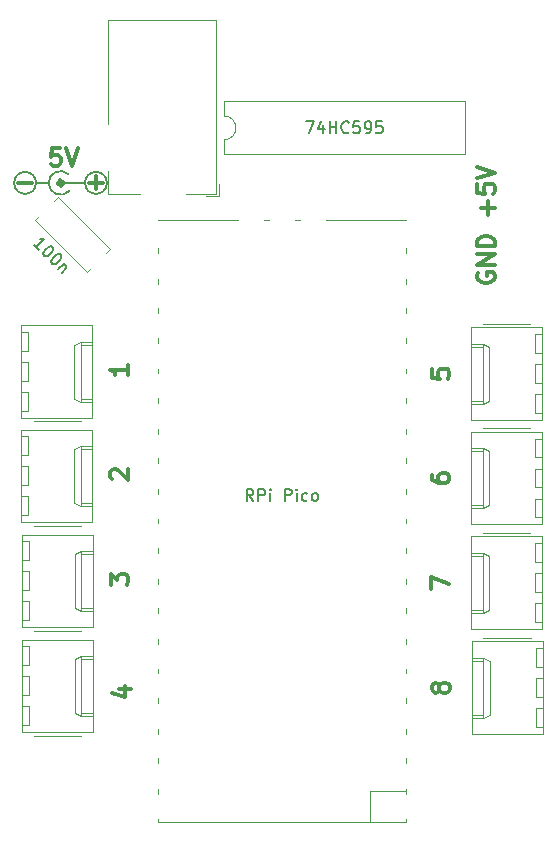
<source format=gto>
%TF.GenerationSoftware,KiCad,Pcbnew,(6.0.7)*%
%TF.CreationDate,2022-09-24T21:41:20+01:00*%
%TF.ProjectId,mini_jellies,6d696e69-5f6a-4656-9c6c-6965732e6b69,rev?*%
%TF.SameCoordinates,Original*%
%TF.FileFunction,Legend,Top*%
%TF.FilePolarity,Positive*%
%FSLAX46Y46*%
G04 Gerber Fmt 4.6, Leading zero omitted, Abs format (unit mm)*
G04 Created by KiCad (PCBNEW (6.0.7)) date 2022-09-24 21:41:20*
%MOMM*%
%LPD*%
G01*
G04 APERTURE LIST*
%ADD10C,0.300000*%
%ADD11C,0.150000*%
%ADD12C,0.120000*%
%ADD13C,0.500000*%
G04 APERTURE END LIST*
D10*
X98821428Y-56857142D02*
X97678571Y-56857142D01*
X104821428Y-56857142D02*
X103678571Y-56857142D01*
X104250000Y-57428571D02*
X104250000Y-56285714D01*
D11*
%TO.C,C1*%
X99388832Y-62528595D02*
X98984771Y-62124534D01*
X99186801Y-62326564D02*
X99893908Y-61619458D01*
X99725549Y-61653129D01*
X99590862Y-61653129D01*
X99489847Y-61619458D01*
X100533671Y-62259221D02*
X100601015Y-62326564D01*
X100634687Y-62427580D01*
X100634687Y-62494923D01*
X100601015Y-62595938D01*
X100500000Y-62764297D01*
X100331641Y-62932656D01*
X100163282Y-63033671D01*
X100062267Y-63067343D01*
X99994923Y-63067343D01*
X99893908Y-63033671D01*
X99826564Y-62966328D01*
X99792893Y-62865312D01*
X99792893Y-62797969D01*
X99826564Y-62696954D01*
X99927580Y-62528595D01*
X100095938Y-62360236D01*
X100264297Y-62259221D01*
X100365312Y-62225549D01*
X100432656Y-62225549D01*
X100533671Y-62259221D01*
X101207106Y-62932656D02*
X101274450Y-63000000D01*
X101308122Y-63101015D01*
X101308122Y-63168358D01*
X101274450Y-63269374D01*
X101173435Y-63437732D01*
X101005076Y-63606091D01*
X100836717Y-63707106D01*
X100735702Y-63740778D01*
X100668358Y-63740778D01*
X100567343Y-63707106D01*
X100499999Y-63639763D01*
X100466328Y-63538748D01*
X100466328Y-63471404D01*
X100500000Y-63370389D01*
X100601015Y-63202030D01*
X100769374Y-63033671D01*
X100937732Y-62932656D01*
X101038748Y-62898984D01*
X101106091Y-62898984D01*
X101207106Y-62932656D01*
X101510152Y-63707106D02*
X101038748Y-64178511D01*
X101442809Y-63774450D02*
X101510152Y-63774450D01*
X101611167Y-63808122D01*
X101712183Y-63909137D01*
X101745854Y-64010152D01*
X101712183Y-64111167D01*
X101341793Y-64481557D01*
D10*
%TO.C,J3*%
X106968571Y-72266428D02*
X106968571Y-73123571D01*
X106968571Y-72695000D02*
X105468571Y-72695000D01*
X105682857Y-72837857D01*
X105825714Y-72980714D01*
X105897142Y-73123571D01*
%TO.C,J7*%
X132668571Y-72667857D02*
X132668571Y-73382142D01*
X133382857Y-73453571D01*
X133311428Y-73382142D01*
X133240000Y-73239285D01*
X133240000Y-72882142D01*
X133311428Y-72739285D01*
X133382857Y-72667857D01*
X133525714Y-72596428D01*
X133882857Y-72596428D01*
X134025714Y-72667857D01*
X134097142Y-72739285D01*
X134168571Y-72882142D01*
X134168571Y-73239285D01*
X134097142Y-73382142D01*
X134025714Y-73453571D01*
%TO.C,J5*%
X105488571Y-90915000D02*
X105488571Y-89986428D01*
X106060000Y-90486428D01*
X106060000Y-90272142D01*
X106131428Y-90129285D01*
X106202857Y-90057857D01*
X106345714Y-89986428D01*
X106702857Y-89986428D01*
X106845714Y-90057857D01*
X106917142Y-90129285D01*
X106988571Y-90272142D01*
X106988571Y-90700714D01*
X106917142Y-90843571D01*
X106845714Y-90915000D01*
D11*
%TO.C,U1*%
X122038095Y-51667380D02*
X122704761Y-51667380D01*
X122276190Y-52667380D01*
X123514285Y-52000714D02*
X123514285Y-52667380D01*
X123276190Y-51619761D02*
X123038095Y-52334047D01*
X123657142Y-52334047D01*
X124038095Y-52667380D02*
X124038095Y-51667380D01*
X124038095Y-52143571D02*
X124609523Y-52143571D01*
X124609523Y-52667380D02*
X124609523Y-51667380D01*
X125657142Y-52572142D02*
X125609523Y-52619761D01*
X125466666Y-52667380D01*
X125371428Y-52667380D01*
X125228571Y-52619761D01*
X125133333Y-52524523D01*
X125085714Y-52429285D01*
X125038095Y-52238809D01*
X125038095Y-52095952D01*
X125085714Y-51905476D01*
X125133333Y-51810238D01*
X125228571Y-51715000D01*
X125371428Y-51667380D01*
X125466666Y-51667380D01*
X125609523Y-51715000D01*
X125657142Y-51762619D01*
X126561904Y-51667380D02*
X126085714Y-51667380D01*
X126038095Y-52143571D01*
X126085714Y-52095952D01*
X126180952Y-52048333D01*
X126419047Y-52048333D01*
X126514285Y-52095952D01*
X126561904Y-52143571D01*
X126609523Y-52238809D01*
X126609523Y-52476904D01*
X126561904Y-52572142D01*
X126514285Y-52619761D01*
X126419047Y-52667380D01*
X126180952Y-52667380D01*
X126085714Y-52619761D01*
X126038095Y-52572142D01*
X127085714Y-52667380D02*
X127276190Y-52667380D01*
X127371428Y-52619761D01*
X127419047Y-52572142D01*
X127514285Y-52429285D01*
X127561904Y-52238809D01*
X127561904Y-51857857D01*
X127514285Y-51762619D01*
X127466666Y-51715000D01*
X127371428Y-51667380D01*
X127180952Y-51667380D01*
X127085714Y-51715000D01*
X127038095Y-51762619D01*
X126990476Y-51857857D01*
X126990476Y-52095952D01*
X127038095Y-52191190D01*
X127085714Y-52238809D01*
X127180952Y-52286428D01*
X127371428Y-52286428D01*
X127466666Y-52238809D01*
X127514285Y-52191190D01*
X127561904Y-52095952D01*
X128466666Y-51667380D02*
X127990476Y-51667380D01*
X127942857Y-52143571D01*
X127990476Y-52095952D01*
X128085714Y-52048333D01*
X128323809Y-52048333D01*
X128419047Y-52095952D01*
X128466666Y-52143571D01*
X128514285Y-52238809D01*
X128514285Y-52476904D01*
X128466666Y-52572142D01*
X128419047Y-52619761D01*
X128323809Y-52667380D01*
X128085714Y-52667380D01*
X127990476Y-52619761D01*
X127942857Y-52572142D01*
%TO.C,U2*%
X117571428Y-83793380D02*
X117238095Y-83317190D01*
X117000000Y-83793380D02*
X117000000Y-82793380D01*
X117380952Y-82793380D01*
X117476190Y-82841000D01*
X117523809Y-82888619D01*
X117571428Y-82983857D01*
X117571428Y-83126714D01*
X117523809Y-83221952D01*
X117476190Y-83269571D01*
X117380952Y-83317190D01*
X117000000Y-83317190D01*
X118000000Y-83793380D02*
X118000000Y-82793380D01*
X118380952Y-82793380D01*
X118476190Y-82841000D01*
X118523809Y-82888619D01*
X118571428Y-82983857D01*
X118571428Y-83126714D01*
X118523809Y-83221952D01*
X118476190Y-83269571D01*
X118380952Y-83317190D01*
X118000000Y-83317190D01*
X119000000Y-83793380D02*
X119000000Y-83126714D01*
X119000000Y-82793380D02*
X118952380Y-82841000D01*
X119000000Y-82888619D01*
X119047619Y-82841000D01*
X119000000Y-82793380D01*
X119000000Y-82888619D01*
X120238095Y-83793380D02*
X120238095Y-82793380D01*
X120619047Y-82793380D01*
X120714285Y-82841000D01*
X120761904Y-82888619D01*
X120809523Y-82983857D01*
X120809523Y-83126714D01*
X120761904Y-83221952D01*
X120714285Y-83269571D01*
X120619047Y-83317190D01*
X120238095Y-83317190D01*
X121238095Y-83793380D02*
X121238095Y-83126714D01*
X121238095Y-82793380D02*
X121190476Y-82841000D01*
X121238095Y-82888619D01*
X121285714Y-82841000D01*
X121238095Y-82793380D01*
X121238095Y-82888619D01*
X122142857Y-83745761D02*
X122047619Y-83793380D01*
X121857142Y-83793380D01*
X121761904Y-83745761D01*
X121714285Y-83698142D01*
X121666666Y-83602904D01*
X121666666Y-83317190D01*
X121714285Y-83221952D01*
X121761904Y-83174333D01*
X121857142Y-83126714D01*
X122047619Y-83126714D01*
X122142857Y-83174333D01*
X122714285Y-83793380D02*
X122619047Y-83745761D01*
X122571428Y-83698142D01*
X122523809Y-83602904D01*
X122523809Y-83317190D01*
X122571428Y-83221952D01*
X122619047Y-83174333D01*
X122714285Y-83126714D01*
X122857142Y-83126714D01*
X122952380Y-83174333D01*
X123000000Y-83221952D01*
X123047619Y-83317190D01*
X123047619Y-83602904D01*
X123000000Y-83698142D01*
X122952380Y-83745761D01*
X122857142Y-83793380D01*
X122714285Y-83793380D01*
D10*
%TO.C,J8*%
X132668571Y-81569285D02*
X132668571Y-81855000D01*
X132740000Y-81997857D01*
X132811428Y-82069285D01*
X133025714Y-82212142D01*
X133311428Y-82283571D01*
X133882857Y-82283571D01*
X134025714Y-82212142D01*
X134097142Y-82140714D01*
X134168571Y-81997857D01*
X134168571Y-81712142D01*
X134097142Y-81569285D01*
X134025714Y-81497857D01*
X133882857Y-81426428D01*
X133525714Y-81426428D01*
X133382857Y-81497857D01*
X133311428Y-81569285D01*
X133240000Y-81712142D01*
X133240000Y-81997857D01*
X133311428Y-82140714D01*
X133382857Y-82212142D01*
X133525714Y-82283571D01*
%TO.C,J2*%
X101214285Y-53928571D02*
X100500000Y-53928571D01*
X100428571Y-54642857D01*
X100500000Y-54571428D01*
X100642857Y-54500000D01*
X101000000Y-54500000D01*
X101142857Y-54571428D01*
X101214285Y-54642857D01*
X101285714Y-54785714D01*
X101285714Y-55142857D01*
X101214285Y-55285714D01*
X101142857Y-55357142D01*
X101000000Y-55428571D01*
X100642857Y-55428571D01*
X100500000Y-55357142D01*
X100428571Y-55285714D01*
X101714285Y-53928571D02*
X102214285Y-55428571D01*
X102714285Y-53928571D01*
%TO.C,J4*%
X105611428Y-81953571D02*
X105540000Y-81882142D01*
X105468571Y-81739285D01*
X105468571Y-81382142D01*
X105540000Y-81239285D01*
X105611428Y-81167857D01*
X105754285Y-81096428D01*
X105897142Y-81096428D01*
X106111428Y-81167857D01*
X106968571Y-82025000D01*
X106968571Y-81096428D01*
%TO.C,J1*%
X136590000Y-64500000D02*
X136518571Y-64642857D01*
X136518571Y-64857142D01*
X136590000Y-65071428D01*
X136732857Y-65214285D01*
X136875714Y-65285714D01*
X137161428Y-65357142D01*
X137375714Y-65357142D01*
X137661428Y-65285714D01*
X137804285Y-65214285D01*
X137947142Y-65071428D01*
X138018571Y-64857142D01*
X138018571Y-64714285D01*
X137947142Y-64500000D01*
X137875714Y-64428571D01*
X137375714Y-64428571D01*
X137375714Y-64714285D01*
X138018571Y-63785714D02*
X136518571Y-63785714D01*
X138018571Y-62928571D01*
X136518571Y-62928571D01*
X138018571Y-62214285D02*
X136518571Y-62214285D01*
X136518571Y-61857142D01*
X136590000Y-61642857D01*
X136732857Y-61500000D01*
X136875714Y-61428571D01*
X137161428Y-61357142D01*
X137375714Y-61357142D01*
X137661428Y-61428571D01*
X137804285Y-61500000D01*
X137947142Y-61642857D01*
X138018571Y-61857142D01*
X138018571Y-62214285D01*
X137447142Y-59571428D02*
X137447142Y-58428571D01*
X138018571Y-59000000D02*
X136875714Y-59000000D01*
X136518571Y-57000000D02*
X136518571Y-57714285D01*
X137232857Y-57785714D01*
X137161428Y-57714285D01*
X137090000Y-57571428D01*
X137090000Y-57214285D01*
X137161428Y-57071428D01*
X137232857Y-57000000D01*
X137375714Y-56928571D01*
X137732857Y-56928571D01*
X137875714Y-57000000D01*
X137947142Y-57071428D01*
X138018571Y-57214285D01*
X138018571Y-57571428D01*
X137947142Y-57714285D01*
X137875714Y-57785714D01*
X136518571Y-56500000D02*
X138018571Y-56000000D01*
X136518571Y-55500000D01*
%TO.C,J6*%
X106178571Y-99714285D02*
X107178571Y-99714285D01*
X105607142Y-100071428D02*
X106678571Y-100428571D01*
X106678571Y-99500000D01*
%TO.C,J10*%
X133331428Y-99757857D02*
X133260000Y-99900714D01*
X133188571Y-99972142D01*
X133045714Y-100043571D01*
X132974285Y-100043571D01*
X132831428Y-99972142D01*
X132760000Y-99900714D01*
X132688571Y-99757857D01*
X132688571Y-99472142D01*
X132760000Y-99329285D01*
X132831428Y-99257857D01*
X132974285Y-99186428D01*
X133045714Y-99186428D01*
X133188571Y-99257857D01*
X133260000Y-99329285D01*
X133331428Y-99472142D01*
X133331428Y-99757857D01*
X133402857Y-99900714D01*
X133474285Y-99972142D01*
X133617142Y-100043571D01*
X133902857Y-100043571D01*
X134045714Y-99972142D01*
X134117142Y-99900714D01*
X134188571Y-99757857D01*
X134188571Y-99472142D01*
X134117142Y-99329285D01*
X134045714Y-99257857D01*
X133902857Y-99186428D01*
X133617142Y-99186428D01*
X133474285Y-99257857D01*
X133402857Y-99329285D01*
X133331428Y-99472142D01*
%TO.C,J9*%
X132648571Y-91225000D02*
X132648571Y-90225000D01*
X134148571Y-90867857D01*
D12*
%TO.C,C1*%
X105424909Y-62487437D02*
X101012563Y-58075091D01*
X103487437Y-64424909D02*
X103802099Y-64110247D01*
X103487437Y-64424909D02*
X99075091Y-60012563D01*
X99075091Y-60012563D02*
X99389753Y-59697901D01*
X100697901Y-58389753D02*
X101012563Y-58075091D01*
X105110247Y-62802099D02*
X105424909Y-62487437D01*
%TO.C,J3*%
X98535000Y-69510000D02*
X97935000Y-69510000D01*
X98965000Y-77060000D02*
X102965000Y-77060000D01*
X97935000Y-71110000D02*
X98535000Y-71110000D01*
X102425000Y-75140000D02*
X102425000Y-70560000D01*
X98535000Y-72050000D02*
X97935000Y-72050000D01*
X102955000Y-75390000D02*
X102425000Y-75140000D01*
X97935000Y-73650000D02*
X98535000Y-73650000D01*
X102955000Y-70310000D02*
X103955000Y-70310000D01*
X102425000Y-70560000D02*
X102955000Y-70310000D01*
X97935000Y-68930000D02*
X97935000Y-76770000D01*
X98535000Y-76190000D02*
X98535000Y-74590000D01*
X97935000Y-76770000D02*
X103955000Y-76770000D01*
X102955000Y-75390000D02*
X102955000Y-70310000D01*
X97935000Y-76190000D02*
X98535000Y-76190000D01*
X98535000Y-73650000D02*
X98535000Y-72050000D01*
X98535000Y-71110000D02*
X98535000Y-69510000D01*
X98535000Y-74590000D02*
X97935000Y-74590000D01*
X103955000Y-75390000D02*
X102955000Y-75390000D01*
X103955000Y-70560000D02*
X102955000Y-70560000D01*
X103955000Y-75140000D02*
X102955000Y-75140000D01*
X103955000Y-68930000D02*
X97935000Y-68930000D01*
X103955000Y-76770000D02*
X103955000Y-68930000D01*
%TO.C,J7*%
X141455000Y-74765000D02*
X141455000Y-76365000D01*
X137565000Y-70735000D02*
X137565000Y-75315000D01*
X141455000Y-71285000D02*
X142055000Y-71285000D01*
X136035000Y-70485000D02*
X137035000Y-70485000D01*
X141025000Y-68815000D02*
X137025000Y-68815000D01*
X142055000Y-74765000D02*
X141455000Y-74765000D01*
X136035000Y-70735000D02*
X137035000Y-70735000D01*
X137565000Y-75315000D02*
X137035000Y-75565000D01*
X141455000Y-72225000D02*
X141455000Y-73825000D01*
X137035000Y-70485000D02*
X137565000Y-70735000D01*
X136035000Y-75315000D02*
X137035000Y-75315000D01*
X141455000Y-69685000D02*
X141455000Y-71285000D01*
X137035000Y-75565000D02*
X136035000Y-75565000D01*
X136035000Y-69105000D02*
X136035000Y-76945000D01*
X142055000Y-72225000D02*
X141455000Y-72225000D01*
X137035000Y-70485000D02*
X137035000Y-75565000D01*
X141455000Y-73825000D02*
X142055000Y-73825000D01*
X141455000Y-76365000D02*
X142055000Y-76365000D01*
X136035000Y-76945000D02*
X142055000Y-76945000D01*
X142055000Y-69685000D02*
X141455000Y-69685000D01*
X142055000Y-69105000D02*
X136035000Y-69105000D01*
X142055000Y-76945000D02*
X142055000Y-69105000D01*
%TO.C,J5*%
X102445000Y-92860000D02*
X102445000Y-88280000D01*
X97955000Y-91370000D02*
X98555000Y-91370000D01*
X98555000Y-93910000D02*
X98555000Y-92310000D01*
X98555000Y-92310000D02*
X97955000Y-92310000D01*
X97955000Y-93910000D02*
X98555000Y-93910000D01*
X102975000Y-93110000D02*
X102975000Y-88030000D01*
X102445000Y-88280000D02*
X102975000Y-88030000D01*
X98555000Y-88830000D02*
X98555000Y-87230000D01*
X98555000Y-89770000D02*
X97955000Y-89770000D01*
X103975000Y-86650000D02*
X97955000Y-86650000D01*
X103975000Y-93110000D02*
X102975000Y-93110000D01*
X103975000Y-88280000D02*
X102975000Y-88280000D01*
X102975000Y-93110000D02*
X102445000Y-92860000D01*
X98985000Y-94780000D02*
X102985000Y-94780000D01*
X97955000Y-88830000D02*
X98555000Y-88830000D01*
X102975000Y-88030000D02*
X103975000Y-88030000D01*
X98555000Y-91370000D02*
X98555000Y-89770000D01*
X98555000Y-87230000D02*
X97955000Y-87230000D01*
X97955000Y-86650000D02*
X97955000Y-94490000D01*
X103975000Y-94490000D02*
X103975000Y-86650000D01*
X103975000Y-92860000D02*
X102975000Y-92860000D01*
X97955000Y-94490000D02*
X103975000Y-94490000D01*
%TO.C,U1*%
X115095000Y-54465000D02*
X135535000Y-54465000D01*
X115095000Y-49965000D02*
X115095000Y-51215000D01*
X135535000Y-54465000D02*
X135535000Y-49965000D01*
X115095000Y-53215000D02*
X115095000Y-54465000D01*
X135535000Y-49965000D02*
X115095000Y-49965000D01*
X115095000Y-53215000D02*
G75*
G03*
X115095000Y-51215000I0J1000000D01*
G01*
%TO.C,U2*%
X109500000Y-90800000D02*
X109500000Y-90400000D01*
X123700000Y-60000000D02*
X130500000Y-60000000D01*
X109500000Y-93300000D02*
X109500000Y-92900000D01*
X130500000Y-73000000D02*
X130500000Y-72600000D01*
X130500000Y-108333000D02*
X127493000Y-108333000D01*
X130500000Y-93300000D02*
X130500000Y-92900000D01*
X109500000Y-83200000D02*
X109500000Y-82800000D01*
X130500000Y-90800000D02*
X130500000Y-90400000D01*
X109500000Y-106000000D02*
X109500000Y-105600000D01*
X130500000Y-95900000D02*
X130500000Y-95500000D01*
X130500000Y-62800000D02*
X130500000Y-62400000D01*
X130500000Y-78100000D02*
X130500000Y-77700000D01*
X109500000Y-88200000D02*
X109500000Y-87800000D01*
X130500000Y-111000000D02*
X109500000Y-111000000D01*
X130500000Y-103500000D02*
X130500000Y-103100000D01*
X109500000Y-80600000D02*
X109500000Y-80200000D01*
X130500000Y-70400000D02*
X130500000Y-70000000D01*
X130500000Y-83200000D02*
X130500000Y-82800000D01*
X130500000Y-108600000D02*
X130500000Y-108200000D01*
X130500000Y-65400000D02*
X130500000Y-65000000D01*
X109500000Y-78100000D02*
X109500000Y-77700000D01*
X130500000Y-75500000D02*
X130500000Y-75100000D01*
X109500000Y-62800000D02*
X109500000Y-62400000D01*
X109500000Y-70400000D02*
X109500000Y-70000000D01*
X109500000Y-60000000D02*
X116300000Y-60000000D01*
X130500000Y-88200000D02*
X130500000Y-87800000D01*
X109500000Y-108600000D02*
X109500000Y-108200000D01*
X109500000Y-73000000D02*
X109500000Y-72600000D01*
X118900000Y-60000000D02*
X118500000Y-60000000D01*
X121500000Y-60000000D02*
X121100000Y-60000000D01*
X109500000Y-65400000D02*
X109500000Y-65000000D01*
X109500000Y-100900000D02*
X109500000Y-100500000D01*
X109500000Y-75500000D02*
X109500000Y-75100000D01*
X130500000Y-111000000D02*
X130500000Y-110700000D01*
X130500000Y-106000000D02*
X130500000Y-105600000D01*
X109500000Y-85700000D02*
X109500000Y-85300000D01*
X109500000Y-111000000D02*
X109500000Y-110700000D01*
X127493000Y-108333000D02*
X127493000Y-111000000D01*
X109500000Y-103500000D02*
X109500000Y-103100000D01*
X109500000Y-98400000D02*
X109500000Y-98000000D01*
X130500000Y-100900000D02*
X130500000Y-100500000D01*
X130500000Y-67900000D02*
X130500000Y-67500000D01*
X109500000Y-95900000D02*
X109500000Y-95500000D01*
X130500000Y-80600000D02*
X130500000Y-80200000D01*
X130500000Y-98400000D02*
X130500000Y-98000000D01*
X109500000Y-67900000D02*
X109500000Y-67500000D01*
X130500000Y-85700000D02*
X130500000Y-85300000D01*
%TO.C,J8*%
X136035000Y-79315000D02*
X137035000Y-79315000D01*
X142055000Y-85775000D02*
X142055000Y-77935000D01*
X136035000Y-79565000D02*
X137035000Y-79565000D01*
X141455000Y-85195000D02*
X142055000Y-85195000D01*
X141455000Y-80115000D02*
X142055000Y-80115000D01*
X137035000Y-84395000D02*
X136035000Y-84395000D01*
X142055000Y-77935000D02*
X136035000Y-77935000D01*
X141455000Y-81055000D02*
X141455000Y-82655000D01*
X142055000Y-81055000D02*
X141455000Y-81055000D01*
X137035000Y-79315000D02*
X137565000Y-79565000D01*
X137035000Y-79315000D02*
X137035000Y-84395000D01*
X136035000Y-84145000D02*
X137035000Y-84145000D01*
X141455000Y-83595000D02*
X141455000Y-85195000D01*
X142055000Y-78515000D02*
X141455000Y-78515000D01*
X136035000Y-85775000D02*
X142055000Y-85775000D01*
X137565000Y-79565000D02*
X137565000Y-84145000D01*
X141025000Y-77645000D02*
X137025000Y-77645000D01*
X136035000Y-77935000D02*
X136035000Y-85775000D01*
X142055000Y-83595000D02*
X141455000Y-83595000D01*
X141455000Y-82655000D02*
X142055000Y-82655000D01*
X141455000Y-78515000D02*
X141455000Y-80115000D01*
X137565000Y-84145000D02*
X137035000Y-84395000D01*
%TO.C,J2*%
X114657500Y-56950000D02*
X114657500Y-58000000D01*
X105257500Y-43100000D02*
X114457500Y-43100000D01*
X107957500Y-57800000D02*
X105257500Y-57800000D01*
X113607500Y-58000000D02*
X114657500Y-58000000D01*
X114457500Y-57800000D02*
X111857500Y-57800000D01*
X105257500Y-51900000D02*
X105257500Y-43100000D01*
X105257500Y-57800000D02*
X105257500Y-55900000D01*
X114457500Y-43100000D02*
X114457500Y-57800000D01*
%TO.C,J4*%
X97935000Y-85020000D02*
X98535000Y-85020000D01*
X98535000Y-78340000D02*
X97935000Y-78340000D01*
X103955000Y-84220000D02*
X102955000Y-84220000D01*
X98535000Y-83420000D02*
X97935000Y-83420000D01*
X103955000Y-79390000D02*
X102955000Y-79390000D01*
X102955000Y-84220000D02*
X102955000Y-79140000D01*
X98535000Y-80880000D02*
X97935000Y-80880000D01*
X97935000Y-82480000D02*
X98535000Y-82480000D01*
X102955000Y-79140000D02*
X103955000Y-79140000D01*
X98535000Y-82480000D02*
X98535000Y-80880000D01*
X98965000Y-85890000D02*
X102965000Y-85890000D01*
X97935000Y-85600000D02*
X103955000Y-85600000D01*
X97935000Y-77760000D02*
X97935000Y-85600000D01*
X97935000Y-79940000D02*
X98535000Y-79940000D01*
X103955000Y-83970000D02*
X102955000Y-83970000D01*
X103955000Y-77760000D02*
X97935000Y-77760000D01*
X98535000Y-79940000D02*
X98535000Y-78340000D01*
X103955000Y-85600000D02*
X103955000Y-77760000D01*
X102955000Y-84220000D02*
X102425000Y-83970000D01*
X102425000Y-79390000D02*
X102955000Y-79140000D01*
X102425000Y-83970000D02*
X102425000Y-79390000D01*
X98535000Y-85020000D02*
X98535000Y-83420000D01*
%TO.C,J6*%
X103975000Y-102000000D02*
X102975000Y-102000000D01*
X97955000Y-95540000D02*
X97955000Y-103380000D01*
X98555000Y-102800000D02*
X98555000Y-101200000D01*
X102975000Y-102000000D02*
X102975000Y-96920000D01*
X98985000Y-103670000D02*
X102985000Y-103670000D01*
X103975000Y-97170000D02*
X102975000Y-97170000D01*
X103975000Y-95540000D02*
X97955000Y-95540000D01*
X97955000Y-102800000D02*
X98555000Y-102800000D01*
X102445000Y-97170000D02*
X102975000Y-96920000D01*
X102445000Y-101750000D02*
X102445000Y-97170000D01*
X97955000Y-100260000D02*
X98555000Y-100260000D01*
X97955000Y-103380000D02*
X103975000Y-103380000D01*
X98555000Y-98660000D02*
X97955000Y-98660000D01*
X102975000Y-102000000D02*
X102445000Y-101750000D01*
X98555000Y-100260000D02*
X98555000Y-98660000D01*
X98555000Y-97720000D02*
X98555000Y-96120000D01*
X103975000Y-101750000D02*
X102975000Y-101750000D01*
X102975000Y-96920000D02*
X103975000Y-96920000D01*
X97955000Y-97720000D02*
X98555000Y-97720000D01*
X98555000Y-96120000D02*
X97955000Y-96120000D01*
X103975000Y-103380000D02*
X103975000Y-95540000D01*
X98555000Y-101200000D02*
X97955000Y-101200000D01*
%TO.C,J10*%
X142075000Y-98815000D02*
X141475000Y-98815000D01*
X141475000Y-100415000D02*
X142075000Y-100415000D01*
X136055000Y-103535000D02*
X142075000Y-103535000D01*
X141475000Y-101355000D02*
X141475000Y-102955000D01*
X136055000Y-95695000D02*
X136055000Y-103535000D01*
X141475000Y-97875000D02*
X142075000Y-97875000D01*
X141475000Y-96275000D02*
X141475000Y-97875000D01*
X136055000Y-97325000D02*
X137055000Y-97325000D01*
X141475000Y-102955000D02*
X142075000Y-102955000D01*
X137055000Y-102155000D02*
X136055000Y-102155000D01*
X137055000Y-97075000D02*
X137055000Y-102155000D01*
X136055000Y-97075000D02*
X137055000Y-97075000D01*
X142075000Y-101355000D02*
X141475000Y-101355000D01*
X142075000Y-96275000D02*
X141475000Y-96275000D01*
X141045000Y-95405000D02*
X137045000Y-95405000D01*
X137585000Y-97325000D02*
X137585000Y-101905000D01*
X137585000Y-101905000D02*
X137055000Y-102155000D01*
X136055000Y-101905000D02*
X137055000Y-101905000D01*
X142075000Y-103535000D02*
X142075000Y-95695000D01*
X141475000Y-98815000D02*
X141475000Y-100415000D01*
X137055000Y-97075000D02*
X137585000Y-97325000D01*
X142075000Y-95695000D02*
X136055000Y-95695000D01*
%TO.C,J9*%
X141435000Y-88985000D02*
X142035000Y-88985000D01*
X141435000Y-92465000D02*
X141435000Y-94065000D01*
X137545000Y-93015000D02*
X137015000Y-93265000D01*
X141435000Y-94065000D02*
X142035000Y-94065000D01*
X137015000Y-93265000D02*
X136015000Y-93265000D01*
X142035000Y-94645000D02*
X142035000Y-86805000D01*
X142035000Y-86805000D02*
X136015000Y-86805000D01*
X142035000Y-89925000D02*
X141435000Y-89925000D01*
X136015000Y-88185000D02*
X137015000Y-88185000D01*
X141435000Y-89925000D02*
X141435000Y-91525000D01*
X136015000Y-94645000D02*
X142035000Y-94645000D01*
X142035000Y-92465000D02*
X141435000Y-92465000D01*
X141435000Y-91525000D02*
X142035000Y-91525000D01*
X136015000Y-86805000D02*
X136015000Y-94645000D01*
X136015000Y-88435000D02*
X137015000Y-88435000D01*
X137015000Y-88185000D02*
X137015000Y-93265000D01*
X141435000Y-87385000D02*
X141435000Y-88985000D01*
X137545000Y-88435000D02*
X137545000Y-93015000D01*
X142035000Y-87385000D02*
X141435000Y-87385000D01*
X137015000Y-88185000D02*
X137545000Y-88435000D01*
X141005000Y-86515000D02*
X137005000Y-86515000D01*
X136015000Y-93015000D02*
X137015000Y-93015000D01*
D13*
%TO.C,REF\u002A\u002A*%
X101425000Y-56875000D02*
G75*
G03*
X101425000Y-56875000I-175000J0D01*
G01*
D11*
X105175000Y-56875000D02*
G75*
G03*
X105175000Y-56875000I-925000J0D01*
G01*
X99175000Y-56875000D02*
G75*
G03*
X99175000Y-56875000I-925000J0D01*
G01*
X101925000Y-56125000D02*
G75*
G03*
X102000000Y-57550000I-675000J-750000D01*
G01*
X101250000Y-56875000D02*
X103250000Y-56875000D01*
X99250000Y-56875000D02*
X100150000Y-56875000D01*
%TD*%
M02*

</source>
